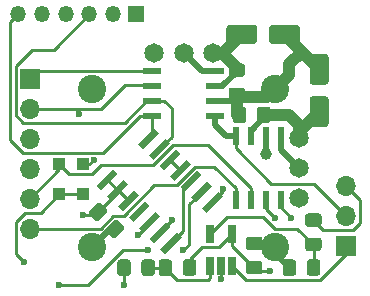
<source format=gbr>
G04 #@! TF.GenerationSoftware,KiCad,Pcbnew,(5.1.6-0-10_14)*
G04 #@! TF.CreationDate,2020-10-20T16:11:55+02:00*
G04 #@! TF.ProjectId,ProStick64_PCB_v6,50726f53-7469-4636-9b36-345f5043425f,rev?*
G04 #@! TF.SameCoordinates,Original*
G04 #@! TF.FileFunction,Copper,L4,Bot*
G04 #@! TF.FilePolarity,Positive*
%FSLAX46Y46*%
G04 Gerber Fmt 4.6, Leading zero omitted, Abs format (unit mm)*
G04 Created by KiCad (PCBNEW (5.1.6-0-10_14)) date 2020-10-20 16:11:55*
%MOMM*%
%LPD*%
G01*
G04 APERTURE LIST*
G04 #@! TA.AperFunction,ComponentPad*
%ADD10R,1.700000X1.700000*%
G04 #@! TD*
G04 #@! TA.AperFunction,ComponentPad*
%ADD11O,1.700000X1.700000*%
G04 #@! TD*
G04 #@! TA.AperFunction,ComponentPad*
%ADD12C,1.650000*%
G04 #@! TD*
G04 #@! TA.AperFunction,ComponentPad*
%ADD13C,2.400000*%
G04 #@! TD*
G04 #@! TA.AperFunction,SMDPad,CuDef*
%ADD14R,1.000000X1.000000*%
G04 #@! TD*
G04 #@! TA.AperFunction,ComponentPad*
%ADD15R,1.350000X1.350000*%
G04 #@! TD*
G04 #@! TA.AperFunction,ComponentPad*
%ADD16O,1.350000X1.350000*%
G04 #@! TD*
G04 #@! TA.AperFunction,SMDPad,CuDef*
%ADD17R,1.538199X0.568000*%
G04 #@! TD*
G04 #@! TA.AperFunction,SMDPad,CuDef*
%ADD18R,0.568000X1.538199*%
G04 #@! TD*
G04 #@! TA.AperFunction,SMDPad,CuDef*
%ADD19C,0.100000*%
G04 #@! TD*
G04 #@! TA.AperFunction,SMDPad,CuDef*
%ADD20R,0.650000X1.560000*%
G04 #@! TD*
G04 #@! TA.AperFunction,ViaPad*
%ADD21C,1.000000*%
G04 #@! TD*
G04 #@! TA.AperFunction,ViaPad*
%ADD22C,0.600000*%
G04 #@! TD*
G04 #@! TA.AperFunction,Conductor*
%ADD23C,1.000000*%
G04 #@! TD*
G04 #@! TA.AperFunction,Conductor*
%ADD24C,0.500000*%
G04 #@! TD*
G04 #@! TA.AperFunction,Conductor*
%ADD25C,0.250000*%
G04 #@! TD*
G04 APERTURE END LIST*
D10*
X133000000Y-67500000D03*
D11*
X133000000Y-70040000D03*
X133000000Y-72580000D03*
X133000000Y-75120000D03*
X133000000Y-77660000D03*
X133000000Y-80200000D03*
D12*
X155775000Y-77559000D03*
X143525000Y-65309000D03*
X155775000Y-75059000D03*
X146025000Y-65309000D03*
X155775000Y-72559000D03*
X148525000Y-65309000D03*
D13*
X138275000Y-68409000D03*
X138275000Y-81709000D03*
X153775000Y-81709000D03*
X153775000Y-68409000D03*
D10*
X159800000Y-81700000D03*
D11*
X159800000Y-79160000D03*
X159800000Y-76620000D03*
G04 #@! TA.AperFunction,SMDPad,CuDef*
G36*
G01*
X153375000Y-70108999D02*
X153375000Y-71009001D01*
G75*
G02*
X153125001Y-71259000I-249999J0D01*
G01*
X152474999Y-71259000D01*
G75*
G02*
X152225000Y-71009001I0J249999D01*
G01*
X152225000Y-70108999D01*
G75*
G02*
X152474999Y-69859000I249999J0D01*
G01*
X153125001Y-69859000D01*
G75*
G02*
X153375000Y-70108999I0J-249999D01*
G01*
G37*
G04 #@! TD.AperFunction*
G04 #@! TA.AperFunction,SMDPad,CuDef*
G36*
G01*
X151325000Y-70108999D02*
X151325000Y-71009001D01*
G75*
G02*
X151075001Y-71259000I-249999J0D01*
G01*
X150424999Y-71259000D01*
G75*
G02*
X150175000Y-71009001I0J249999D01*
G01*
X150175000Y-70108999D01*
G75*
G02*
X150424999Y-69859000I249999J0D01*
G01*
X151075001Y-69859000D01*
G75*
G02*
X151325000Y-70108999I0J-249999D01*
G01*
G37*
G04 #@! TD.AperFunction*
G04 #@! TA.AperFunction,SMDPad,CuDef*
G36*
G01*
X149650000Y-64300000D02*
X149650000Y-63200000D01*
G75*
G02*
X149900000Y-62950000I250000J0D01*
G01*
X152000000Y-62950000D01*
G75*
G02*
X152250000Y-63200000I0J-250000D01*
G01*
X152250000Y-64300000D01*
G75*
G02*
X152000000Y-64550000I-250000J0D01*
G01*
X149900000Y-64550000D01*
G75*
G02*
X149650000Y-64300000I0J250000D01*
G01*
G37*
G04 #@! TD.AperFunction*
G04 #@! TA.AperFunction,SMDPad,CuDef*
G36*
G01*
X153250000Y-64300000D02*
X153250000Y-63200000D01*
G75*
G02*
X153500000Y-62950000I250000J0D01*
G01*
X155600000Y-62950000D01*
G75*
G02*
X155850000Y-63200000I0J-250000D01*
G01*
X155850000Y-64300000D01*
G75*
G02*
X155600000Y-64550000I-250000J0D01*
G01*
X153500000Y-64550000D01*
G75*
G02*
X153250000Y-64300000I0J250000D01*
G01*
G37*
G04 #@! TD.AperFunction*
G04 #@! TA.AperFunction,SMDPad,CuDef*
G36*
G01*
X150074999Y-68259000D02*
X150975001Y-68259000D01*
G75*
G02*
X151225000Y-68508999I0J-249999D01*
G01*
X151225000Y-69159001D01*
G75*
G02*
X150975001Y-69409000I-249999J0D01*
G01*
X150074999Y-69409000D01*
G75*
G02*
X149825000Y-69159001I0J249999D01*
G01*
X149825000Y-68508999D01*
G75*
G02*
X150074999Y-68259000I249999J0D01*
G01*
G37*
G04 #@! TD.AperFunction*
G04 #@! TA.AperFunction,SMDPad,CuDef*
G36*
G01*
X150074999Y-66209000D02*
X150975001Y-66209000D01*
G75*
G02*
X151225000Y-66458999I0J-249999D01*
G01*
X151225000Y-67109001D01*
G75*
G02*
X150975001Y-67359000I-249999J0D01*
G01*
X150074999Y-67359000D01*
G75*
G02*
X149825000Y-67109001I0J249999D01*
G01*
X149825000Y-66458999D01*
G75*
G02*
X150074999Y-66209000I249999J0D01*
G01*
G37*
G04 #@! TD.AperFunction*
G04 #@! TA.AperFunction,SMDPad,CuDef*
G36*
G01*
X158050000Y-68000000D02*
X156950000Y-68000000D01*
G75*
G02*
X156700000Y-67750000I0J250000D01*
G01*
X156700000Y-65650000D01*
G75*
G02*
X156950000Y-65400000I250000J0D01*
G01*
X158050000Y-65400000D01*
G75*
G02*
X158300000Y-65650000I0J-250000D01*
G01*
X158300000Y-67750000D01*
G75*
G02*
X158050000Y-68000000I-250000J0D01*
G01*
G37*
G04 #@! TD.AperFunction*
G04 #@! TA.AperFunction,SMDPad,CuDef*
G36*
G01*
X158050000Y-71600000D02*
X156950000Y-71600000D01*
G75*
G02*
X156700000Y-71350000I0J250000D01*
G01*
X156700000Y-69250000D01*
G75*
G02*
X156950000Y-69000000I250000J0D01*
G01*
X158050000Y-69000000D01*
G75*
G02*
X158300000Y-69250000I0J-250000D01*
G01*
X158300000Y-71350000D01*
G75*
G02*
X158050000Y-71600000I-250000J0D01*
G01*
G37*
G04 #@! TD.AperFunction*
G04 #@! TA.AperFunction,SMDPad,CuDef*
G36*
G01*
X152450001Y-84075001D02*
X151549999Y-84075001D01*
G75*
G02*
X151300000Y-83825002I0J249999D01*
G01*
X151300000Y-83175000D01*
G75*
G02*
X151549999Y-82925001I249999J0D01*
G01*
X152450001Y-82925001D01*
G75*
G02*
X152700000Y-83175000I0J-249999D01*
G01*
X152700000Y-83825002D01*
G75*
G02*
X152450001Y-84075001I-249999J0D01*
G01*
G37*
G04 #@! TD.AperFunction*
G04 #@! TA.AperFunction,SMDPad,CuDef*
G36*
G01*
X152450001Y-82025001D02*
X151549999Y-82025001D01*
G75*
G02*
X151300000Y-81775002I0J249999D01*
G01*
X151300000Y-81125000D01*
G75*
G02*
X151549999Y-80875001I249999J0D01*
G01*
X152450001Y-80875001D01*
G75*
G02*
X152700000Y-81125000I0J-249999D01*
G01*
X152700000Y-81775002D01*
G75*
G02*
X152450001Y-82025001I-249999J0D01*
G01*
G37*
G04 #@! TD.AperFunction*
G04 #@! TA.AperFunction,SMDPad,CuDef*
G36*
G01*
X139499999Y-80136396D02*
X140136396Y-79499999D01*
G75*
G02*
X140489948Y-79499999I176776J-176776D01*
G01*
X140949569Y-79959620D01*
G75*
G02*
X140949569Y-80313172I-176776J-176776D01*
G01*
X140313172Y-80949569D01*
G75*
G02*
X139959620Y-80949569I-176776J176776D01*
G01*
X139499999Y-80489948D01*
G75*
G02*
X139499999Y-80136396I176776J176776D01*
G01*
G37*
G04 #@! TD.AperFunction*
G04 #@! TA.AperFunction,SMDPad,CuDef*
G36*
G01*
X138050431Y-78686828D02*
X138686828Y-78050431D01*
G75*
G02*
X139040380Y-78050431I176776J-176776D01*
G01*
X139500001Y-78510052D01*
G75*
G02*
X139500001Y-78863604I-176776J-176776D01*
G01*
X138863604Y-79500001D01*
G75*
G02*
X138510052Y-79500001I-176776J176776D01*
G01*
X138050431Y-79040380D01*
G75*
G02*
X138050431Y-78686828I176776J176776D01*
G01*
G37*
G04 #@! TD.AperFunction*
G04 #@! TA.AperFunction,SMDPad,CuDef*
G36*
G01*
X156549999Y-78900000D02*
X157450001Y-78900000D01*
G75*
G02*
X157700000Y-79149999I0J-249999D01*
G01*
X157700000Y-79800001D01*
G75*
G02*
X157450001Y-80050000I-249999J0D01*
G01*
X156549999Y-80050000D01*
G75*
G02*
X156300000Y-79800001I0J249999D01*
G01*
X156300000Y-79149999D01*
G75*
G02*
X156549999Y-78900000I249999J0D01*
G01*
G37*
G04 #@! TD.AperFunction*
G04 #@! TA.AperFunction,SMDPad,CuDef*
G36*
G01*
X156549999Y-80950000D02*
X157450001Y-80950000D01*
G75*
G02*
X157700000Y-81199999I0J-249999D01*
G01*
X157700000Y-81850001D01*
G75*
G02*
X157450001Y-82100000I-249999J0D01*
G01*
X156549999Y-82100000D01*
G75*
G02*
X156300000Y-81850001I0J249999D01*
G01*
X156300000Y-81199999D01*
G75*
G02*
X156549999Y-80950000I249999J0D01*
G01*
G37*
G04 #@! TD.AperFunction*
D14*
X137500000Y-74750000D03*
X137500000Y-77250000D03*
X135500000Y-77250000D03*
X135500000Y-74750000D03*
D15*
X142025000Y-62059000D03*
D16*
X140025000Y-62059000D03*
X138025000Y-62059000D03*
X136025000Y-62059000D03*
X134025000Y-62059000D03*
X132025000Y-62059000D03*
G04 #@! TA.AperFunction,SMDPad,CuDef*
G36*
G01*
X143900000Y-83950001D02*
X143900000Y-83049999D01*
G75*
G02*
X144149999Y-82800000I249999J0D01*
G01*
X144800001Y-82800000D01*
G75*
G02*
X145050000Y-83049999I0J-249999D01*
G01*
X145050000Y-83950001D01*
G75*
G02*
X144800001Y-84200000I-249999J0D01*
G01*
X144149999Y-84200000D01*
G75*
G02*
X143900000Y-83950001I0J249999D01*
G01*
G37*
G04 #@! TD.AperFunction*
G04 #@! TA.AperFunction,SMDPad,CuDef*
G36*
G01*
X145950000Y-83950001D02*
X145950000Y-83049999D01*
G75*
G02*
X146199999Y-82800000I249999J0D01*
G01*
X146850001Y-82800000D01*
G75*
G02*
X147100000Y-83049999I0J-249999D01*
G01*
X147100000Y-83950001D01*
G75*
G02*
X146850001Y-84200000I-249999J0D01*
G01*
X146199999Y-84200000D01*
G75*
G02*
X145950000Y-83950001I0J249999D01*
G01*
G37*
G04 #@! TD.AperFunction*
G04 #@! TA.AperFunction,SMDPad,CuDef*
G36*
G01*
X142450000Y-83950001D02*
X142450000Y-83049999D01*
G75*
G02*
X142699999Y-82800000I249999J0D01*
G01*
X143350001Y-82800000D01*
G75*
G02*
X143600000Y-83049999I0J-249999D01*
G01*
X143600000Y-83950001D01*
G75*
G02*
X143350001Y-84200000I-249999J0D01*
G01*
X142699999Y-84200000D01*
G75*
G02*
X142450000Y-83950001I0J249999D01*
G01*
G37*
G04 #@! TD.AperFunction*
G04 #@! TA.AperFunction,SMDPad,CuDef*
G36*
G01*
X140400000Y-83950001D02*
X140400000Y-83049999D01*
G75*
G02*
X140649999Y-82800000I249999J0D01*
G01*
X141300001Y-82800000D01*
G75*
G02*
X141550000Y-83049999I0J-249999D01*
G01*
X141550000Y-83950001D01*
G75*
G02*
X141300001Y-84200000I-249999J0D01*
G01*
X140649999Y-84200000D01*
G75*
G02*
X140400000Y-83950001I0J249999D01*
G01*
G37*
G04 #@! TD.AperFunction*
G04 #@! TA.AperFunction,SMDPad,CuDef*
G36*
G01*
X157600000Y-83049999D02*
X157600000Y-83950001D01*
G75*
G02*
X157350001Y-84200000I-249999J0D01*
G01*
X156699999Y-84200000D01*
G75*
G02*
X156450000Y-83950001I0J249999D01*
G01*
X156450000Y-83049999D01*
G75*
G02*
X156699999Y-82800000I249999J0D01*
G01*
X157350001Y-82800000D01*
G75*
G02*
X157600000Y-83049999I0J-249999D01*
G01*
G37*
G04 #@! TD.AperFunction*
G04 #@! TA.AperFunction,SMDPad,CuDef*
G36*
G01*
X155550000Y-83049999D02*
X155550000Y-83950001D01*
G75*
G02*
X155300001Y-84200000I-249999J0D01*
G01*
X154649999Y-84200000D01*
G75*
G02*
X154400000Y-83950001I0J249999D01*
G01*
X154400000Y-83049999D01*
G75*
G02*
X154649999Y-82800000I249999J0D01*
G01*
X155300001Y-82800000D01*
G75*
G02*
X155550000Y-83049999I0J-249999D01*
G01*
G37*
G04 #@! TD.AperFunction*
D17*
X143345300Y-66854000D03*
X143345300Y-68124000D03*
X143345300Y-69394000D03*
X143345300Y-70664000D03*
X148704700Y-70664000D03*
X148704700Y-69394000D03*
X148704700Y-68124000D03*
X148704700Y-66854000D03*
D18*
X150420000Y-72379300D03*
X151690000Y-72379300D03*
X152960000Y-72379300D03*
X154230000Y-72379300D03*
X154230000Y-77738700D03*
X152960000Y-77738700D03*
X151690000Y-77738700D03*
X150420000Y-77738700D03*
G04 #@! TA.AperFunction,SMDPad,CuDef*
D19*
G36*
X143547310Y-71669971D02*
G01*
X143941875Y-72064536D01*
X142548876Y-73457535D01*
X142154311Y-73062970D01*
X143547310Y-71669971D01*
G37*
G04 #@! TD.AperFunction*
G04 #@! TA.AperFunction,SMDPad,CuDef*
G36*
X144445335Y-72567997D02*
G01*
X144839900Y-72962562D01*
X143446901Y-74355561D01*
X143052336Y-73960996D01*
X144445335Y-72567997D01*
G37*
G04 #@! TD.AperFunction*
G04 #@! TA.AperFunction,SMDPad,CuDef*
G36*
X145343361Y-73466023D02*
G01*
X145737926Y-73860588D01*
X144344927Y-75253587D01*
X143950362Y-74859022D01*
X145343361Y-73466023D01*
G37*
G04 #@! TD.AperFunction*
G04 #@! TA.AperFunction,SMDPad,CuDef*
G36*
X146241387Y-74364048D02*
G01*
X146635952Y-74758613D01*
X145242953Y-76151612D01*
X144848388Y-75757047D01*
X146241387Y-74364048D01*
G37*
G04 #@! TD.AperFunction*
G04 #@! TA.AperFunction,SMDPad,CuDef*
G36*
X147139412Y-75262074D02*
G01*
X147533977Y-75656639D01*
X146140978Y-77049638D01*
X145746413Y-76655073D01*
X147139412Y-75262074D01*
G37*
G04 #@! TD.AperFunction*
G04 #@! TA.AperFunction,SMDPad,CuDef*
G36*
X148037438Y-76160100D02*
G01*
X148432003Y-76554665D01*
X147039004Y-77947664D01*
X146644439Y-77553099D01*
X148037438Y-76160100D01*
G37*
G04 #@! TD.AperFunction*
G04 #@! TA.AperFunction,SMDPad,CuDef*
G36*
X148935464Y-77058125D02*
G01*
X149330029Y-77452690D01*
X147937030Y-78845689D01*
X147542465Y-78451124D01*
X148935464Y-77058125D01*
G37*
G04 #@! TD.AperFunction*
G04 #@! TA.AperFunction,SMDPad,CuDef*
G36*
X145451124Y-80542465D02*
G01*
X145845689Y-80937030D01*
X144452690Y-82330029D01*
X144058125Y-81935464D01*
X145451124Y-80542465D01*
G37*
G04 #@! TD.AperFunction*
G04 #@! TA.AperFunction,SMDPad,CuDef*
G36*
X144553099Y-79644439D02*
G01*
X144947664Y-80039004D01*
X143554665Y-81432003D01*
X143160100Y-81037438D01*
X144553099Y-79644439D01*
G37*
G04 #@! TD.AperFunction*
G04 #@! TA.AperFunction,SMDPad,CuDef*
G36*
X143655073Y-78746413D02*
G01*
X144049638Y-79140978D01*
X142656639Y-80533977D01*
X142262074Y-80139412D01*
X143655073Y-78746413D01*
G37*
G04 #@! TD.AperFunction*
G04 #@! TA.AperFunction,SMDPad,CuDef*
G36*
X142757047Y-77848388D02*
G01*
X143151612Y-78242953D01*
X141758613Y-79635952D01*
X141364048Y-79241387D01*
X142757047Y-77848388D01*
G37*
G04 #@! TD.AperFunction*
G04 #@! TA.AperFunction,SMDPad,CuDef*
G36*
X141859022Y-76950362D02*
G01*
X142253587Y-77344927D01*
X140860588Y-78737926D01*
X140466023Y-78343361D01*
X141859022Y-76950362D01*
G37*
G04 #@! TD.AperFunction*
G04 #@! TA.AperFunction,SMDPad,CuDef*
G36*
X140960996Y-76052336D02*
G01*
X141355561Y-76446901D01*
X139962562Y-77839900D01*
X139567997Y-77445335D01*
X140960996Y-76052336D01*
G37*
G04 #@! TD.AperFunction*
G04 #@! TA.AperFunction,SMDPad,CuDef*
G36*
X140062970Y-75154311D02*
G01*
X140457535Y-75548876D01*
X139064536Y-76941875D01*
X138669971Y-76547310D01*
X140062970Y-75154311D01*
G37*
G04 #@! TD.AperFunction*
D20*
X150150000Y-83350000D03*
X149200000Y-83350000D03*
X148250000Y-83350000D03*
X148250000Y-80650000D03*
X150150000Y-80650000D03*
D21*
X152960000Y-73859000D03*
D22*
X149400000Y-76800000D03*
X149200000Y-84500000D03*
X141000000Y-85000000D03*
X153300000Y-83800000D03*
X137500000Y-79000000D03*
X137200000Y-70500000D03*
X138400000Y-74380001D03*
X132500000Y-83000000D03*
X153725000Y-79259000D03*
X142200000Y-80700000D03*
X155125000Y-79259000D03*
X145000000Y-79500000D03*
X135500000Y-85000000D03*
X143000000Y-82000000D03*
X146000000Y-82000000D03*
D23*
X154974999Y-66259001D02*
X156017000Y-65217000D01*
X154974999Y-67209001D02*
X154974999Y-66259001D01*
X153775000Y-68409000D02*
X154974999Y-67209001D01*
X156017000Y-65217000D02*
X157500000Y-66700000D01*
X154550000Y-63750000D02*
X156017000Y-65217000D01*
X150525000Y-69059000D02*
X150525000Y-70559000D01*
X153125000Y-69059000D02*
X153775000Y-68409000D01*
X150525000Y-69059000D02*
X153125000Y-69059000D01*
D24*
X152960000Y-73859000D02*
X152960000Y-72379300D01*
X150190000Y-69394000D02*
X150525000Y-69059000D01*
X148704700Y-69394000D02*
X150190000Y-69394000D01*
D25*
X149200000Y-84500000D02*
X149200000Y-83350000D01*
X149400000Y-76988154D02*
X148436247Y-77951907D01*
X149400000Y-76800000D02*
X149400000Y-76988154D01*
D24*
X153775000Y-82300000D02*
X154975000Y-83500000D01*
X153775000Y-81709000D02*
X153775000Y-82300000D01*
X153775000Y-81709000D02*
X152216000Y-81709000D01*
X152258999Y-81709000D02*
X152000000Y-81450001D01*
X153775000Y-81709000D02*
X152258999Y-81709000D01*
X139759216Y-80224784D02*
X138275000Y-81709000D01*
X140224784Y-80224784D02*
X139759216Y-80224784D01*
D25*
X141000000Y-83525000D02*
X140975000Y-83500000D01*
X141000000Y-85000000D02*
X141000000Y-83525000D01*
X150420000Y-76719601D02*
X150420000Y-77738700D01*
X147004787Y-74937064D02*
X148637463Y-74937064D01*
X145441851Y-76500000D02*
X147004787Y-74937064D01*
X143558149Y-76500000D02*
X145441851Y-76500000D01*
X148637463Y-74937064D02*
X150420000Y-76719601D01*
X140956383Y-79101766D02*
X143558149Y-76500000D01*
X138986815Y-80183999D02*
X140069048Y-79101766D01*
X140069048Y-79101766D02*
X140956383Y-79101766D01*
X133016001Y-80183999D02*
X138986815Y-80183999D01*
X133000000Y-80200000D02*
X133016001Y-80183999D01*
X133646000Y-66854000D02*
X133000000Y-67500000D01*
X143345300Y-66854000D02*
X133646000Y-66854000D01*
D24*
X147570000Y-66854000D02*
X146025000Y-65309000D01*
X148704700Y-66854000D02*
X147570000Y-66854000D01*
X154230000Y-73514000D02*
X155775000Y-75059000D01*
X154230000Y-72379300D02*
X154230000Y-73514000D01*
D25*
X159800000Y-82313190D02*
X159800000Y-81700000D01*
X157588180Y-84525010D02*
X159800000Y-82313190D01*
X151325010Y-84525010D02*
X157588180Y-84525010D01*
X150150000Y-83350000D02*
X151325010Y-84525010D01*
D23*
X155775000Y-72025000D02*
X157500000Y-70300000D01*
X155775000Y-72559000D02*
X155775000Y-72025000D01*
X154941726Y-70559000D02*
X155775000Y-71392274D01*
X155775000Y-71392274D02*
X155775000Y-72559000D01*
X153025000Y-70559000D02*
X154941726Y-70559000D01*
X149275000Y-65309000D02*
X150525000Y-66559000D01*
X148525000Y-65309000D02*
X149275000Y-65309000D01*
X149391000Y-65309000D02*
X150950000Y-63750000D01*
X148525000Y-65309000D02*
X149391000Y-65309000D01*
D24*
X150525000Y-66896802D02*
X150525000Y-66559000D01*
X149297802Y-68124000D02*
X150525000Y-66896802D01*
X148704700Y-68124000D02*
X149297802Y-68124000D01*
X151690000Y-71894000D02*
X153025000Y-70559000D01*
X151690000Y-72379300D02*
X151690000Y-71894000D01*
D25*
X141359805Y-77844144D02*
X140461779Y-76946118D01*
X140461778Y-76946118D02*
X139563753Y-76048093D01*
X140461779Y-76946118D02*
X140461778Y-76946118D01*
X140461779Y-77088653D02*
X140461779Y-76946118D01*
X138775216Y-78775216D02*
X140461779Y-77088653D01*
X149044999Y-81755001D02*
X150150000Y-80650000D01*
X147569999Y-81755001D02*
X149044999Y-81755001D01*
X146525000Y-82800000D02*
X147569999Y-81755001D01*
X146525000Y-83500000D02*
X146525000Y-82800000D01*
X160975001Y-77795001D02*
X159800000Y-76620000D01*
X160975001Y-79724001D02*
X160975001Y-77795001D01*
X160364001Y-80335001D02*
X160975001Y-79724001D01*
X157860001Y-80335001D02*
X160364001Y-80335001D01*
X157000000Y-79475000D02*
X157860001Y-80335001D01*
X150150000Y-81650001D02*
X150150000Y-80650000D01*
X152000000Y-83500001D02*
X150150000Y-81650001D01*
X152299999Y-83800000D02*
X152000000Y-83500001D01*
X153300000Y-83800000D02*
X152299999Y-83800000D01*
X138550432Y-79000000D02*
X138775216Y-78775216D01*
X137500000Y-79000000D02*
X138550432Y-79000000D01*
X155658999Y-80183999D02*
X157000000Y-81525000D01*
X152715988Y-79174990D02*
X153724997Y-80183999D01*
X153724997Y-80183999D02*
X155658999Y-80183999D01*
X149725010Y-79174990D02*
X152715988Y-79174990D01*
X148250000Y-80650000D02*
X149725010Y-79174990D01*
X157025000Y-81550000D02*
X157000000Y-81525000D01*
X157025000Y-83500000D02*
X157025000Y-81550000D01*
X142860201Y-68124000D02*
X142795201Y-68059000D01*
X143345300Y-68124000D02*
X142860201Y-68124000D01*
X142795201Y-68059000D02*
X141025000Y-68059000D01*
X141025000Y-68059000D02*
X139044000Y-70040000D01*
X137200000Y-70100000D02*
X137140000Y-70040000D01*
X137200000Y-70500000D02*
X137200000Y-70100000D01*
X137140000Y-70040000D02*
X133000000Y-70040000D01*
X139044000Y-70040000D02*
X137140000Y-70040000D01*
X138030001Y-74750000D02*
X138400000Y-74380001D01*
X137500000Y-74750000D02*
X138030001Y-74750000D01*
X133914999Y-78835001D02*
X135500000Y-77250000D01*
X132625997Y-78835001D02*
X133914999Y-78835001D01*
X131824999Y-79635999D02*
X132625997Y-78835001D01*
X131824999Y-82324999D02*
X131824999Y-79635999D01*
X132500000Y-83000000D02*
X131824999Y-82324999D01*
X135500000Y-77250000D02*
X137500000Y-77250000D01*
X135500000Y-75160000D02*
X133000000Y-77660000D01*
X135500000Y-74750000D02*
X135500000Y-75160000D01*
X138260001Y-75575001D02*
X136325001Y-75575001D01*
X139005701Y-74829301D02*
X138260001Y-75575001D01*
X136325001Y-75575001D02*
X135500000Y-74750000D01*
X143432796Y-74829301D02*
X139005701Y-74829301D01*
X145121084Y-73141013D02*
X143432796Y-74829301D01*
X148111412Y-73141013D02*
X145121084Y-73141013D01*
X151690000Y-76719601D02*
X148111412Y-73141013D01*
X151690000Y-77738700D02*
X151690000Y-76719601D01*
D24*
X149636000Y-72379300D02*
X150420000Y-72379300D01*
X148704700Y-70664000D02*
X148704700Y-71448000D01*
D25*
X157048999Y-76408999D02*
X158950001Y-78310001D01*
X153430600Y-76408999D02*
X157048999Y-76408999D01*
X158950001Y-78310001D02*
X159800000Y-79160000D01*
X150420000Y-72379300D02*
X150420000Y-73398399D01*
D24*
X148704700Y-71448000D02*
X149636000Y-72379300D01*
D25*
X150420000Y-73398399D02*
X153430600Y-76408999D01*
X152960000Y-78494000D02*
X153725000Y-79259000D01*
X152960000Y-77738700D02*
X152960000Y-78494000D01*
X143155856Y-79640195D02*
X143155856Y-79844144D01*
X143155856Y-79744144D02*
X142200000Y-80700000D01*
X143155856Y-79640195D02*
X143155856Y-79744144D01*
X154230000Y-78364000D02*
X155125000Y-79259000D01*
X154230000Y-77738700D02*
X154230000Y-78364000D01*
X144053882Y-80446118D02*
X145000000Y-79500000D01*
X144053882Y-80538221D02*
X144053882Y-80446118D01*
X131824999Y-66389999D02*
X133155998Y-65059000D01*
X131824999Y-70604001D02*
X131824999Y-66389999D01*
X132435999Y-71215001D02*
X131824999Y-70604001D01*
X141039200Y-71215001D02*
X132435999Y-71215001D01*
X142860201Y-69394000D02*
X141039200Y-71215001D01*
X143345300Y-69394000D02*
X142860201Y-69394000D01*
X135025000Y-65059000D02*
X138025000Y-62059000D01*
X133155998Y-65059000D02*
X135025000Y-65059000D01*
X143946118Y-73461779D02*
X145000000Y-72407897D01*
X145000000Y-72407897D02*
X145000000Y-70000000D01*
X144394000Y-69394000D02*
X143345300Y-69394000D01*
X145000000Y-70000000D02*
X144394000Y-69394000D01*
X131350001Y-62733999D02*
X132025000Y-62059000D01*
X132435999Y-73755001D02*
X131350001Y-72669003D01*
X131350001Y-72669003D02*
X131350001Y-62733999D01*
X139235200Y-73755001D02*
X132435999Y-73755001D01*
X142326201Y-70664000D02*
X139235200Y-73755001D01*
X143345300Y-70664000D02*
X142326201Y-70664000D01*
X143345300Y-72266546D02*
X143048093Y-72563753D01*
X143345300Y-70664000D02*
X143345300Y-72266546D01*
X140886810Y-82000000D02*
X143000000Y-82000000D01*
X137886810Y-85000000D02*
X140886810Y-82000000D01*
X135500000Y-85000000D02*
X137886810Y-85000000D01*
X146450010Y-78142093D02*
X147538221Y-77053882D01*
X146450010Y-81549990D02*
X146450010Y-78142093D01*
X146000000Y-82000000D02*
X146450010Y-81549990D01*
X145500010Y-84525010D02*
X144475000Y-83500000D01*
X148104990Y-84525010D02*
X145500010Y-84525010D01*
X148250000Y-84380000D02*
X148104990Y-84525010D01*
X148250000Y-83350000D02*
X148250000Y-84380000D01*
X144475000Y-83500000D02*
X143025000Y-83500000D01*
X144844145Y-74359805D02*
X145742170Y-75257830D01*
X144844144Y-74359805D02*
X144844145Y-74359805D01*
X146000000Y-80388154D02*
X144951907Y-81436247D01*
X146000000Y-76796051D02*
X146000000Y-80388154D01*
X146640195Y-76155856D02*
X146000000Y-76796051D01*
M02*

</source>
